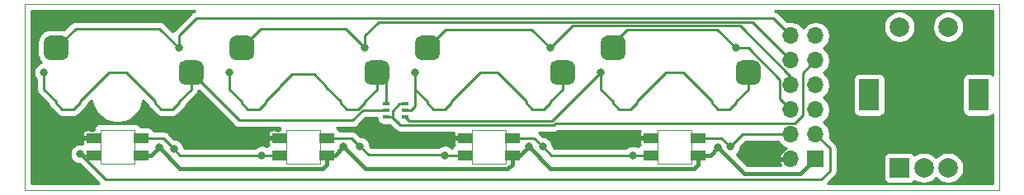
<source format=gbr>
%TF.GenerationSoftware,KiCad,Pcbnew,(5.1.6)-1*%
%TF.CreationDate,2020-11-05T08:07:17+01:00*%
%TF.ProjectId,DaPad4D,44615061-6434-4442-9e6b-696361645f70,v0.9*%
%TF.SameCoordinates,PX2d0e2e0PY4328bfc*%
%TF.FileFunction,Copper,L1,Top*%
%TF.FilePolarity,Positive*%
%FSLAX46Y46*%
G04 Gerber Fmt 4.6, Leading zero omitted, Abs format (unit mm)*
G04 Created by KiCad (PCBNEW (5.1.6)-1) date 2020-11-05 08:07:17*
%MOMM*%
%LPD*%
G01*
G04 APERTURE LIST*
%TA.AperFunction,Profile*%
%ADD10C,0.050000*%
%TD*%
%TA.AperFunction,EtchedComponent*%
%ADD11C,0.050000*%
%TD*%
%TA.AperFunction,ComponentPad*%
%ADD12O,1.700000X1.700000*%
%TD*%
%TA.AperFunction,ComponentPad*%
%ADD13R,1.700000X1.700000*%
%TD*%
%TA.AperFunction,SMDPad,CuDef*%
%ADD14R,1.600000X1.000000*%
%TD*%
%TA.AperFunction,SMDPad,CuDef*%
%ADD15R,0.650000X0.400000*%
%TD*%
%TA.AperFunction,ComponentPad*%
%ADD16C,2.000000*%
%TD*%
%TA.AperFunction,ComponentPad*%
%ADD17R,2.000000X3.200000*%
%TD*%
%TA.AperFunction,ComponentPad*%
%ADD18R,2.000000X2.000000*%
%TD*%
%TA.AperFunction,ViaPad*%
%ADD19C,0.800000*%
%TD*%
%TA.AperFunction,Conductor*%
%ADD20C,0.250000*%
%TD*%
%TA.AperFunction,Conductor*%
%ADD21C,0.450000*%
%TD*%
%TA.AperFunction,Conductor*%
%ADD22C,0.254000*%
%TD*%
G04 APERTURE END LIST*
D10*
X0Y-25000D02*
X0Y19075000D01*
X99999800Y-25000D02*
X0Y-25000D01*
X99999800Y19075400D02*
X99999800Y-25000D01*
X0Y19075000D02*
X100000000Y19075000D01*
D11*
%TO.C,D5*%
X30325000Y2695000D02*
X26825000Y2695000D01*
X26825000Y6195000D02*
X30325000Y6195000D01*
X30325000Y6195000D02*
X30325000Y2695000D01*
X26825000Y6195000D02*
X26825000Y2695000D01*
%TO.C,D4*%
X49375000Y2695000D02*
X45875000Y2695000D01*
X45875000Y6195000D02*
X49375000Y6195000D01*
X49375000Y6195000D02*
X49375000Y2695000D01*
X45875000Y6195000D02*
X45875000Y2695000D01*
%TO.C,D3*%
X68425000Y2695000D02*
X64925000Y2695000D01*
X64925000Y6195000D02*
X68425000Y6195000D01*
X68425000Y6195000D02*
X68425000Y2695000D01*
X64925000Y6195000D02*
X64925000Y2695000D01*
%TO.C,D6*%
X11275000Y2695000D02*
X7775000Y2695000D01*
X7775000Y6195000D02*
X11275000Y6195000D01*
X11275000Y6195000D02*
X11275000Y2695000D01*
X7775000Y6195000D02*
X7775000Y2695000D01*
%TD*%
%TO.P,SW4,2*%
%TO.N,Net-(D1-Pad4)*%
%TA.AperFunction,SMDPad,CuDef*%
G36*
G01*
X75510000Y12690000D02*
X75510000Y11440000D01*
G75*
G02*
X74885000Y10815000I-625000J0D01*
G01*
X73585000Y10815000D01*
G75*
G02*
X72960000Y11440000I0J625000D01*
G01*
X72960000Y12690000D01*
G75*
G02*
X73585000Y13315000I625000J0D01*
G01*
X74885000Y13315000D01*
G75*
G02*
X75510000Y12690000I0J-625000D01*
G01*
G37*
%TD.AperFunction*%
%TO.P,SW4,1*%
%TO.N,Col4*%
%TA.AperFunction,SMDPad,CuDef*%
G36*
G01*
X61660000Y15230000D02*
X61660000Y13980000D01*
G75*
G02*
X61035000Y13355000I-625000J0D01*
G01*
X59735000Y13355000D01*
G75*
G02*
X59110000Y13980000I0J625000D01*
G01*
X59110000Y15230000D01*
G75*
G02*
X59735000Y15855000I625000J0D01*
G01*
X61035000Y15855000D01*
G75*
G02*
X61660000Y15230000I0J-625000D01*
G01*
G37*
%TD.AperFunction*%
%TD*%
%TO.P,SW3,2*%
%TO.N,Net-(D1-Pad5)*%
%TA.AperFunction,SMDPad,CuDef*%
G36*
G01*
X56460000Y12690000D02*
X56460000Y11440000D01*
G75*
G02*
X55835000Y10815000I-625000J0D01*
G01*
X54535000Y10815000D01*
G75*
G02*
X53910000Y11440000I0J625000D01*
G01*
X53910000Y12690000D01*
G75*
G02*
X54535000Y13315000I625000J0D01*
G01*
X55835000Y13315000D01*
G75*
G02*
X56460000Y12690000I0J-625000D01*
G01*
G37*
%TD.AperFunction*%
%TO.P,SW3,1*%
%TO.N,Col3*%
%TA.AperFunction,SMDPad,CuDef*%
G36*
G01*
X42610000Y15230000D02*
X42610000Y13980000D01*
G75*
G02*
X41985000Y13355000I-625000J0D01*
G01*
X40685000Y13355000D01*
G75*
G02*
X40060000Y13980000I0J625000D01*
G01*
X40060000Y15230000D01*
G75*
G02*
X40685000Y15855000I625000J0D01*
G01*
X41985000Y15855000D01*
G75*
G02*
X42610000Y15230000I0J-625000D01*
G01*
G37*
%TD.AperFunction*%
%TD*%
%TO.P,SW2,2*%
%TO.N,Net-(D1-Pad1)*%
%TA.AperFunction,SMDPad,CuDef*%
G36*
G01*
X37410000Y12690000D02*
X37410000Y11440000D01*
G75*
G02*
X36785000Y10815000I-625000J0D01*
G01*
X35485000Y10815000D01*
G75*
G02*
X34860000Y11440000I0J625000D01*
G01*
X34860000Y12690000D01*
G75*
G02*
X35485000Y13315000I625000J0D01*
G01*
X36785000Y13315000D01*
G75*
G02*
X37410000Y12690000I0J-625000D01*
G01*
G37*
%TD.AperFunction*%
%TO.P,SW2,1*%
%TO.N,Col2*%
%TA.AperFunction,SMDPad,CuDef*%
G36*
G01*
X23560000Y15230000D02*
X23560000Y13980000D01*
G75*
G02*
X22935000Y13355000I-625000J0D01*
G01*
X21635000Y13355000D01*
G75*
G02*
X21010000Y13980000I0J625000D01*
G01*
X21010000Y15230000D01*
G75*
G02*
X21635000Y15855000I625000J0D01*
G01*
X22935000Y15855000D01*
G75*
G02*
X23560000Y15230000I0J-625000D01*
G01*
G37*
%TD.AperFunction*%
%TD*%
%TO.P,SW1,2*%
%TO.N,Net-(D1-Pad2)*%
%TA.AperFunction,SMDPad,CuDef*%
G36*
G01*
X18360000Y12690000D02*
X18360000Y11440000D01*
G75*
G02*
X17735000Y10815000I-625000J0D01*
G01*
X16435000Y10815000D01*
G75*
G02*
X15810000Y11440000I0J625000D01*
G01*
X15810000Y12690000D01*
G75*
G02*
X16435000Y13315000I625000J0D01*
G01*
X17735000Y13315000D01*
G75*
G02*
X18360000Y12690000I0J-625000D01*
G01*
G37*
%TD.AperFunction*%
%TO.P,SW1,1*%
%TO.N,Col1*%
%TA.AperFunction,SMDPad,CuDef*%
G36*
G01*
X4510000Y15230000D02*
X4510000Y13980000D01*
G75*
G02*
X3885000Y13355000I-625000J0D01*
G01*
X2585000Y13355000D01*
G75*
G02*
X1960000Y13980000I0J625000D01*
G01*
X1960000Y15230000D01*
G75*
G02*
X2585000Y15855000I625000J0D01*
G01*
X3885000Y15855000D01*
G75*
G02*
X4510000Y15230000I0J-625000D01*
G01*
G37*
%TD.AperFunction*%
%TD*%
D12*
%TO.P,J1,12*%
%TO.N,Col1*%
X78625700Y15862300D03*
%TO.P,J1,11*%
%TO.N,Col5*%
X81165700Y15862300D03*
%TO.P,J1,10*%
%TO.N,Col2*%
X78625700Y13322300D03*
%TO.P,J1,9*%
%TO.N,Row1*%
X81165700Y13322300D03*
%TO.P,J1,8*%
%TO.N,Col3*%
X78625700Y10782300D03*
%TO.P,J1,7*%
%TO.N,D1*%
X81165700Y10782300D03*
%TO.P,J1,6*%
%TO.N,Col4*%
X78625700Y8242300D03*
%TO.P,J1,5*%
%TO.N,D0*%
X81165700Y8242300D03*
%TO.P,J1,4*%
%TO.N,RGB_IN*%
X78625700Y5702300D03*
%TO.P,J1,3*%
%TO.N,RGB_OUT*%
X81165700Y5702300D03*
%TO.P,J1,2*%
%TO.N,GND*%
X78625700Y3162300D03*
D13*
%TO.P,J1,1*%
%TO.N,VCC*%
X81165700Y3162300D03*
%TD*%
D14*
%TO.P,D5,4*%
%TO.N,VCC*%
X30975000Y3570000D03*
%TO.P,D5,3*%
%TO.N,Net-(D4-Pad1)*%
X30975000Y5320000D03*
%TO.P,D5,1*%
%TO.N,Net-(D5-Pad1)*%
X26175000Y3570000D03*
%TO.P,D5,2*%
%TO.N,GND*%
X26175000Y5320000D03*
%TD*%
%TO.P,D4,4*%
%TO.N,VCC*%
X50025000Y3570000D03*
%TO.P,D4,3*%
%TO.N,Net-(D3-Pad1)*%
X50025000Y5320000D03*
%TO.P,D4,1*%
%TO.N,Net-(D4-Pad1)*%
X45225000Y3570000D03*
%TO.P,D4,2*%
%TO.N,GND*%
X45225000Y5320000D03*
%TD*%
%TO.P,D3,4*%
%TO.N,VCC*%
X69075000Y3570000D03*
%TO.P,D3,3*%
%TO.N,RGB_IN*%
X69075000Y5320000D03*
%TO.P,D3,1*%
%TO.N,Net-(D3-Pad1)*%
X64275000Y3570000D03*
%TO.P,D3,2*%
%TO.N,GND*%
X64275000Y5320000D03*
%TD*%
%TO.P,D6,4*%
%TO.N,VCC*%
X11925000Y3570000D03*
%TO.P,D6,3*%
%TO.N,Net-(D5-Pad1)*%
X11925000Y5320000D03*
%TO.P,D6,1*%
%TO.N,RGB_OUT*%
X7125000Y3570000D03*
%TO.P,D6,2*%
%TO.N,GND*%
X7125000Y5320000D03*
%TD*%
D15*
%TO.P,D1,6*%
%TO.N,Row1*%
X39037300Y8828800D03*
%TO.P,D1,4*%
%TO.N,Net-(D1-Pad4)*%
X39037300Y7528800D03*
%TO.P,D1,2*%
%TO.N,Net-(D1-Pad2)*%
X37137300Y8178800D03*
%TO.P,D1,5*%
%TO.N,Net-(D1-Pad5)*%
X39037300Y8178800D03*
%TO.P,D1,3*%
%TO.N,Row1*%
X37137300Y7528800D03*
%TO.P,D1,1*%
%TO.N,Net-(D1-Pad1)*%
X37137300Y8828800D03*
%TD*%
D16*
%TO.P,SW5,S1*%
%TO.N,Net-(D2-Pad2)*%
X94765500Y16775000D03*
%TO.P,SW5,S2*%
%TO.N,Row1*%
X89765500Y16775000D03*
D17*
%TO.P,SW5,MP*%
%TO.N,N/C*%
X97865500Y9775000D03*
X86665500Y9775000D03*
D16*
%TO.P,SW5,B*%
%TO.N,D1*%
X94765500Y2275000D03*
%TO.P,SW5,C*%
%TO.N,Net-(C1-Pad2)*%
X92265500Y2275000D03*
D18*
%TO.P,SW5,A*%
%TO.N,D0*%
X89765500Y2275000D03*
%TD*%
D19*
%TO.N,Net-(D1-Pad4)*%
X59115000Y12065000D03*
X74235000Y12065000D03*
%TO.N,Net-(D1-Pad2)*%
X1965000Y12065000D03*
X17085000Y12065000D03*
%TO.N,Net-(D1-Pad5)*%
X40065000Y12065000D03*
X55185000Y12065000D03*
%TO.N,Net-(D1-Pad1)*%
X21015000Y12065000D03*
X36135000Y12065000D03*
%TO.N,Net-(D4-Pad1)*%
X34407076Y4485876D03*
X43127900Y3570002D03*
%TO.N,Net-(D5-Pad1)*%
X24345900Y3568700D03*
X15303500Y4216400D03*
%TO.N,Col1*%
X15815000Y14605000D03*
X3235000Y14605000D03*
%TO.N,Col2*%
X34865000Y14605000D03*
X22285000Y14605000D03*
%TO.N,Col3*%
X53915000Y14605000D03*
X41335000Y14605000D03*
%TO.N,Col4*%
X72965000Y14605000D03*
X60385000Y14605000D03*
%TO.N,VCC*%
X71117040Y4345010D03*
X51714400Y4457700D03*
X32715200Y4432300D03*
X13779500Y4368800D03*
%TO.N,GND*%
X57912000Y5143500D03*
X38849300Y5321300D03*
X94881700Y10299700D03*
X18542000Y6248400D03*
X2235200Y6324600D03*
%TO.N,Net-(D3-Pad1)*%
X53149500Y4457700D03*
X62433200Y3556000D03*
%TO.N,RGB_IN*%
X72390000Y4432300D03*
%TO.N,RGB_OUT*%
X5674998Y3695700D03*
%TD*%
D20*
%TO.N,Net-(D1-Pad4)*%
X74235000Y12065000D02*
X74235000Y12065000D01*
X60365099Y9088567D02*
X59115000Y10338666D01*
X61004647Y8295099D02*
X60365099Y8934647D01*
X62185353Y8295099D02*
X61004647Y8295099D01*
X62824901Y8934647D02*
X62185353Y8295099D01*
X72984901Y8934647D02*
X72345353Y8295099D01*
X59115000Y10338666D02*
X59115000Y12065000D01*
X71164647Y8295099D02*
X70525099Y8934647D01*
X72984901Y9088567D02*
X72984901Y8934647D01*
X60365099Y8934647D02*
X60365099Y9088567D01*
X74235000Y12065000D02*
X74235000Y10338666D01*
X67548666Y12065000D02*
X65801334Y12065000D01*
X72345353Y8295099D02*
X71164647Y8295099D01*
X70525099Y8934647D02*
X70525099Y9088567D01*
X62824901Y9088567D02*
X62824901Y8934647D01*
X74235000Y10338666D02*
X72984901Y9088567D01*
X70525099Y9088567D02*
X67548666Y12065000D01*
X65801334Y12065000D02*
X62824901Y9088567D01*
X54123900Y7073900D02*
X59115000Y12065000D01*
X39037300Y7528800D02*
X39492200Y7073900D01*
X39492200Y7073900D02*
X54123900Y7073900D01*
%TO.N,Net-(D1-Pad2)*%
X17085000Y12065000D02*
X17085000Y12065000D01*
X37137300Y8178800D02*
X34694754Y8178800D01*
X21997901Y7152099D02*
X17085000Y12065000D01*
X33668053Y7152099D02*
X21997901Y7152099D01*
X34694754Y8178800D02*
X33668053Y7152099D01*
X1965000Y10338666D02*
X1965000Y12065000D01*
X3215099Y9088567D02*
X1965000Y10338666D01*
X3854647Y8295099D02*
X3215099Y8934647D01*
X15195353Y8295099D02*
X14014647Y8295099D01*
X5035353Y8295099D02*
X3854647Y8295099D01*
X15834901Y8934647D02*
X15195353Y8295099D01*
X3215099Y8934647D02*
X3215099Y9088567D01*
X17085000Y12065000D02*
X17085000Y10338666D01*
X13375099Y9088567D02*
X10398666Y12065000D01*
X5674901Y8934647D02*
X5035353Y8295099D01*
X17085000Y10338666D02*
X15834901Y9088567D01*
X14014647Y8295099D02*
X13375099Y8934647D01*
X15834901Y9088567D02*
X15834901Y8934647D01*
X8651334Y12065000D02*
X5674901Y9088567D01*
X13375099Y8934647D02*
X13375099Y9088567D01*
X10398666Y12065000D02*
X8651334Y12065000D01*
X5674901Y9088567D02*
X5674901Y8934647D01*
%TO.N,Net-(D1-Pad5)*%
X40065000Y10338666D02*
X40065000Y12065000D01*
X55185000Y12065000D02*
X55185000Y12065000D01*
X39612300Y8178800D02*
X40065000Y8631500D01*
X40065000Y8631500D02*
X40065000Y10338666D01*
X39037300Y8178800D02*
X39612300Y8178800D01*
X41315099Y9088567D02*
X40065000Y10338666D01*
X41315099Y8934647D02*
X41315099Y9088567D01*
X43135353Y8295099D02*
X41954647Y8295099D01*
X43774901Y8934647D02*
X43135353Y8295099D01*
X41954647Y8295099D02*
X41315099Y8934647D01*
X53934901Y8934647D02*
X53295353Y8295099D01*
X46751334Y12065000D02*
X43774901Y9088567D01*
X53934901Y9088567D02*
X53934901Y8934647D01*
X55185000Y12065000D02*
X55185000Y10338666D01*
X55185000Y10338666D02*
X53934901Y9088567D01*
X52114647Y8295099D02*
X51475099Y8934647D01*
X53295353Y8295099D02*
X52114647Y8295099D01*
X48498666Y12065000D02*
X46751334Y12065000D01*
X51475099Y8934647D02*
X51475099Y9088567D01*
X51475099Y9088567D02*
X48498666Y12065000D01*
X43774901Y9088567D02*
X43774901Y8934647D01*
%TO.N,Net-(D1-Pad1)*%
X36135000Y12065000D02*
X36135000Y12065000D01*
X37137300Y11062700D02*
X36135000Y12065000D01*
X37137300Y8828800D02*
X37137300Y11062700D01*
X32425099Y8934647D02*
X32425099Y9088567D01*
X33064647Y8295099D02*
X32425099Y8934647D01*
X36135000Y12065000D02*
X36135000Y10338666D01*
X34884901Y8934647D02*
X34245353Y8295099D01*
X34884901Y9088567D02*
X34884901Y8934647D01*
X32425099Y9088567D02*
X30947901Y10565765D01*
X36135000Y10338666D02*
X34884901Y9088567D01*
X22265099Y9088567D02*
X21015000Y10338666D01*
X24085353Y8295099D02*
X22904647Y8295099D01*
X34245353Y8295099D02*
X33064647Y8295099D01*
X30947901Y10565765D02*
X30947901Y10663993D01*
X30947901Y10663993D02*
X29713993Y11897901D01*
X29713993Y11897901D02*
X27436007Y11897901D01*
X24724901Y8934647D02*
X24085353Y8295099D01*
X27436007Y11897901D02*
X26202099Y10663993D01*
X26202099Y10565765D02*
X24724901Y9088567D01*
X26202099Y10663993D02*
X26202099Y10565765D01*
X21015000Y10338666D02*
X21015000Y12065000D01*
X24724901Y9088567D02*
X24724901Y8934647D01*
X22904647Y8295099D02*
X22265099Y8934647D01*
X22265099Y8934647D02*
X22265099Y9088567D01*
%TO.N,Net-(D4-Pad1)*%
X33572952Y5320000D02*
X34407076Y4485876D01*
X30975000Y5320000D02*
X33572952Y5320000D01*
X45225000Y3570000D02*
X43127902Y3570000D01*
X43127902Y3570000D02*
X43127900Y3570002D01*
X43091102Y3606800D02*
X43127900Y3570002D01*
X34407076Y4485876D02*
X35286152Y3606800D01*
X35286152Y3606800D02*
X43091102Y3606800D01*
%TO.N,Net-(D5-Pad1)*%
X26175000Y3570000D02*
X24347200Y3570000D01*
X24347200Y3570000D02*
X24345900Y3568700D01*
X15951200Y3568700D02*
X15303500Y4216400D01*
X24345900Y3568700D02*
X15951200Y3568700D01*
X14199900Y5320000D02*
X15303500Y4216400D01*
X11925000Y5320000D02*
X14199900Y5320000D01*
%TO.N,Row1*%
X38462300Y8828800D02*
X39037300Y8828800D01*
X37737301Y8103801D02*
X38462300Y8828800D01*
X37737301Y7553801D02*
X37737301Y8103801D01*
X37712300Y7528800D02*
X37737301Y7553801D01*
X37137300Y7528800D02*
X37712300Y7528800D01*
X38567211Y6673889D02*
X37712300Y7528800D01*
X54289589Y6673889D02*
X38567211Y6673889D01*
X79883000Y12039600D02*
X79883000Y7708900D01*
X54471788Y6856088D02*
X54289589Y6673889D01*
X81165700Y13322300D02*
X79883000Y12039600D01*
X79883000Y7708900D02*
X79030188Y6856088D01*
X79030188Y6856088D02*
X54471788Y6856088D01*
%TO.N,Col1*%
X3235000Y14605000D02*
X3235000Y14605000D01*
X13821100Y16598900D02*
X15815000Y14605000D01*
X3235000Y14605000D02*
X5228900Y16598900D01*
X5228900Y16598900D02*
X13821100Y16598900D01*
X17644633Y17684633D02*
X15815000Y15855000D01*
X78625700Y15862300D02*
X76803367Y17684633D01*
X15815000Y15855000D02*
X15815000Y14605000D01*
X76803367Y17684633D02*
X17644633Y17684633D01*
%TO.N,Col2*%
X22285000Y14605000D02*
X22285000Y14605000D01*
X22285000Y14605000D02*
X24215400Y16535400D01*
X32934600Y16535400D02*
X34865000Y14605000D01*
X24215400Y16535400D02*
X32934600Y16535400D01*
X74663378Y17284622D02*
X36294622Y17284622D01*
X78625700Y13322300D02*
X74663378Y17284622D01*
X34865000Y15855000D02*
X34865000Y14605000D01*
X36294622Y17284622D02*
X34865000Y15855000D01*
%TO.N,Col3*%
X41335000Y14605000D02*
X41335000Y14605000D01*
X52035400Y16484600D02*
X53915000Y14605000D01*
X41335000Y14605000D02*
X43214600Y16484600D01*
X43214600Y16484600D02*
X52035400Y16484600D01*
X73398387Y16884611D02*
X78625700Y11657298D01*
X56194611Y16884611D02*
X73398387Y16884611D01*
X78625700Y11657298D02*
X78625700Y10782300D01*
X53915000Y14605000D02*
X56194611Y16884611D01*
%TO.N,Col4*%
X60385000Y14605000D02*
X60385000Y14605000D01*
X77500699Y9367301D02*
X78625700Y8242300D01*
X77500699Y11347111D02*
X77500699Y9367301D01*
X74242810Y14605000D02*
X77500699Y11347111D01*
X72965000Y14605000D02*
X74242810Y14605000D01*
X61798200Y16484600D02*
X71085400Y16484600D01*
X60385000Y15071400D02*
X61798200Y16484600D01*
X60385000Y14605000D02*
X60385000Y15071400D01*
X71085400Y16484600D02*
X72965000Y14605000D01*
D21*
%TO.N,VCC*%
X69075000Y3570000D02*
X70342030Y3570000D01*
X70342030Y3570000D02*
X71117040Y4345010D01*
X50025000Y3570000D02*
X50826700Y3570000D01*
X50826700Y3570000D02*
X51714400Y4457700D01*
X69075000Y2620000D02*
X69075000Y3570000D01*
X68649990Y2194990D02*
X69075000Y2620000D01*
X53977110Y2194990D02*
X68649990Y2194990D01*
X51714400Y4457700D02*
X53977110Y2194990D01*
X31852900Y3570000D02*
X30975000Y3570000D01*
X32715200Y4432300D02*
X31852900Y3570000D01*
X11925000Y3570000D02*
X12980700Y3570000D01*
X12980700Y3570000D02*
X13779500Y4368800D01*
X30549990Y2194990D02*
X30975000Y2620000D01*
X30975000Y2620000D02*
X30975000Y3570000D01*
X15953310Y2194990D02*
X30549990Y2194990D01*
X13779500Y4368800D02*
X15953310Y2194990D01*
X79641700Y1638300D02*
X73823750Y1638300D01*
X73823750Y1638300D02*
X71117040Y4345010D01*
X81165700Y3162300D02*
X79641700Y1638300D01*
X50025000Y2620000D02*
X50025000Y3570000D01*
X32715200Y4432300D02*
X34988500Y2159000D01*
X49564000Y2159000D02*
X50025000Y2620000D01*
X34988500Y2159000D02*
X49564000Y2159000D01*
D20*
%TO.N,Net-(D3-Pad1)*%
X50025000Y5320000D02*
X52287200Y5320000D01*
X52287200Y5320000D02*
X53149500Y4457700D01*
X62447200Y3570000D02*
X62433200Y3556000D01*
X64275000Y3570000D02*
X62447200Y3570000D01*
X54051200Y3556000D02*
X62433200Y3556000D01*
X53149500Y4457700D02*
X54051200Y3556000D01*
%TO.N,RGB_IN*%
X78625700Y5702300D02*
X73660000Y5702300D01*
X73660000Y5702300D02*
X72390000Y4432300D01*
X71502300Y5320000D02*
X72390000Y4432300D01*
X69075000Y5320000D02*
X71502300Y5320000D01*
%TO.N,RGB_OUT*%
X7125000Y3570000D02*
X5800698Y3570000D01*
X5800698Y3570000D02*
X5674998Y3695700D01*
X82613500Y1943100D02*
X82613500Y4254500D01*
X82613500Y4254500D02*
X81165700Y5702300D01*
X5674998Y3695700D02*
X8332409Y1038289D01*
X81708689Y1038289D02*
X82613500Y1943100D01*
X8332409Y1038289D02*
X81708689Y1038289D01*
%TD*%
D22*
%TO.N,GND*%
G36*
X17352386Y18390179D02*
G01*
X17220357Y18319607D01*
X17104632Y18224634D01*
X17080834Y18195636D01*
X15304003Y16418804D01*
X15274999Y16395001D01*
X15233645Y16344610D01*
X15196028Y16298774D01*
X14384904Y17109898D01*
X14361101Y17138901D01*
X14245376Y17233874D01*
X14113347Y17304446D01*
X13970086Y17347903D01*
X13858433Y17358900D01*
X13858422Y17358900D01*
X13821100Y17362576D01*
X13783778Y17358900D01*
X5266222Y17358900D01*
X5228899Y17362576D01*
X5191576Y17358900D01*
X5191567Y17358900D01*
X5079914Y17347903D01*
X4936653Y17304446D01*
X4804624Y17233874D01*
X4804622Y17233873D01*
X4804623Y17233873D01*
X4717896Y17162699D01*
X4717892Y17162695D01*
X4688899Y17138901D01*
X4665105Y17109908D01*
X4033631Y16478433D01*
X3885000Y16493072D01*
X2585000Y16493072D01*
X2338587Y16468802D01*
X2101643Y16396926D01*
X1883275Y16280206D01*
X1691873Y16123127D01*
X1534794Y15931725D01*
X1418074Y15713357D01*
X1346198Y15476413D01*
X1321928Y15230000D01*
X1321928Y13980000D01*
X1346198Y13733587D01*
X1418074Y13496643D01*
X1534794Y13278275D01*
X1691873Y13086873D01*
X1712395Y13070031D01*
X1663102Y13060226D01*
X1474744Y12982205D01*
X1305226Y12868937D01*
X1161063Y12724774D01*
X1047795Y12555256D01*
X969774Y12366898D01*
X930000Y12166939D01*
X930000Y11963061D01*
X969774Y11763102D01*
X1047795Y11574744D01*
X1161063Y11405226D01*
X1205001Y11361288D01*
X1205000Y10375989D01*
X1201324Y10338666D01*
X1205000Y10301344D01*
X1205000Y10301334D01*
X1215997Y10189681D01*
X1251438Y10072847D01*
X1259454Y10046420D01*
X1330026Y9914390D01*
X1341576Y9900317D01*
X1424999Y9798665D01*
X1454003Y9774862D01*
X2476065Y8752800D01*
X2502220Y8666576D01*
X2509553Y8642401D01*
X2580125Y8510371D01*
X2602986Y8482515D01*
X2675098Y8394646D01*
X2704101Y8370844D01*
X3290852Y7784091D01*
X3314646Y7755098D01*
X3343639Y7731304D01*
X3343643Y7731300D01*
X3391409Y7692100D01*
X3430371Y7660125D01*
X3562400Y7589553D01*
X3705661Y7546096D01*
X3817314Y7535099D01*
X3817323Y7535099D01*
X3854646Y7531423D01*
X3891969Y7535099D01*
X4998031Y7535099D01*
X5035353Y7531423D01*
X5072675Y7535099D01*
X5072686Y7535099D01*
X5184339Y7546096D01*
X5327600Y7589553D01*
X5459629Y7660125D01*
X5575354Y7755098D01*
X5599156Y7784101D01*
X6185909Y8370852D01*
X6214902Y8394646D01*
X6238696Y8423639D01*
X6238700Y8423643D01*
X6309874Y8510370D01*
X6309875Y8510371D01*
X6380447Y8642401D01*
X6413936Y8752801D01*
X6901262Y9240126D01*
X6997127Y8758178D01*
X7195299Y8279749D01*
X7483000Y7849174D01*
X7849174Y7483000D01*
X8279749Y7195299D01*
X8758178Y6997127D01*
X9266076Y6896100D01*
X9783924Y6896100D01*
X10291822Y6997127D01*
X10770251Y7195299D01*
X11200826Y7483000D01*
X11567000Y7849174D01*
X11854701Y8279749D01*
X12052873Y8758178D01*
X12148738Y9240126D01*
X12636065Y8752800D01*
X12662220Y8666576D01*
X12669553Y8642401D01*
X12740125Y8510371D01*
X12762986Y8482515D01*
X12835098Y8394646D01*
X12864101Y8370844D01*
X13450852Y7784091D01*
X13474646Y7755098D01*
X13503639Y7731304D01*
X13503643Y7731300D01*
X13551409Y7692100D01*
X13590371Y7660125D01*
X13722400Y7589553D01*
X13865661Y7546096D01*
X13977314Y7535099D01*
X13977323Y7535099D01*
X14014646Y7531423D01*
X14051969Y7535099D01*
X15158031Y7535099D01*
X15195353Y7531423D01*
X15232675Y7535099D01*
X15232686Y7535099D01*
X15344339Y7546096D01*
X15487600Y7589553D01*
X15619629Y7660125D01*
X15735354Y7755098D01*
X15759156Y7784101D01*
X16345909Y8370852D01*
X16374902Y8394646D01*
X16398696Y8423639D01*
X16398700Y8423643D01*
X16469874Y8510370D01*
X16469875Y8510371D01*
X16540447Y8642401D01*
X16573936Y8752801D01*
X17596003Y9774867D01*
X17625001Y9798665D01*
X17655369Y9835668D01*
X17719974Y9914389D01*
X17790546Y10046419D01*
X17806858Y10100194D01*
X17833065Y10186587D01*
X17883632Y10191567D01*
X21434102Y6641096D01*
X21457900Y6612098D01*
X21573625Y6517125D01*
X21705654Y6446553D01*
X21848915Y6403096D01*
X21960568Y6392099D01*
X21960577Y6392099D01*
X21997900Y6388423D01*
X22035223Y6392099D01*
X26195092Y6392099D01*
X26174550Y6324383D01*
X26162398Y6201000D01*
X26047998Y6201000D01*
X26047998Y6105752D01*
X25952750Y6201000D01*
X25375000Y6202843D01*
X25300311Y6195487D01*
X25228492Y6173701D01*
X25162304Y6138322D01*
X25104289Y6090711D01*
X25056678Y6032696D01*
X25021299Y5966508D01*
X24999513Y5894689D01*
X24992157Y5820000D01*
X24994000Y5542250D01*
X25089250Y5447000D01*
X26048000Y5447000D01*
X26048000Y5467000D01*
X26165000Y5467000D01*
X26165000Y5173000D01*
X26048000Y5173000D01*
X26048000Y5193000D01*
X25089250Y5193000D01*
X24994000Y5097750D01*
X24992157Y4820000D01*
X24999513Y4745311D01*
X25021299Y4673492D01*
X25051453Y4617079D01*
X25020506Y4600537D01*
X24923815Y4521185D01*
X24874071Y4460571D01*
X24836156Y4485905D01*
X24647798Y4563926D01*
X24447839Y4603700D01*
X24243961Y4603700D01*
X24044002Y4563926D01*
X23855644Y4485905D01*
X23686126Y4372637D01*
X23642189Y4328700D01*
X16336439Y4328700D01*
X16298726Y4518298D01*
X16220705Y4706656D01*
X16107437Y4876174D01*
X15963274Y5020337D01*
X15793756Y5133605D01*
X15605398Y5211626D01*
X15405439Y5251400D01*
X15343302Y5251400D01*
X14763704Y5830998D01*
X14739901Y5860001D01*
X14624176Y5954974D01*
X14492147Y6025546D01*
X14348886Y6069003D01*
X14237233Y6080000D01*
X14237222Y6080000D01*
X14199900Y6083676D01*
X14162578Y6080000D01*
X13306046Y6080000D01*
X13255537Y6174494D01*
X13176185Y6271185D01*
X13079494Y6350537D01*
X12969180Y6409502D01*
X12849482Y6445812D01*
X12725000Y6458072D01*
X11882750Y6458072D01*
X11826425Y6563450D01*
X11743948Y6663948D01*
X11643450Y6746425D01*
X11528793Y6807710D01*
X11404383Y6845450D01*
X11307419Y6855000D01*
X11275000Y6858193D01*
X11242581Y6855000D01*
X7807419Y6855000D01*
X7775000Y6858193D01*
X7742581Y6855000D01*
X7645617Y6845450D01*
X7521207Y6807710D01*
X7406550Y6746425D01*
X7306052Y6663948D01*
X7223575Y6563450D01*
X7162290Y6448793D01*
X7124550Y6324383D01*
X7112398Y6201000D01*
X6997998Y6201000D01*
X6997998Y6105752D01*
X6902750Y6201000D01*
X6325000Y6202843D01*
X6250311Y6195487D01*
X6178492Y6173701D01*
X6112304Y6138322D01*
X6054289Y6090711D01*
X6006678Y6032696D01*
X5971299Y5966508D01*
X5949513Y5894689D01*
X5942157Y5820000D01*
X5944000Y5542250D01*
X6039250Y5447000D01*
X6998000Y5447000D01*
X6998000Y5467000D01*
X7115000Y5467000D01*
X7115000Y5173000D01*
X6998000Y5173000D01*
X6998000Y5193000D01*
X6039250Y5193000D01*
X5944000Y5097750D01*
X5942157Y4820000D01*
X5949513Y4745311D01*
X5965311Y4693230D01*
X5776937Y4730700D01*
X5573059Y4730700D01*
X5373100Y4690926D01*
X5184742Y4612905D01*
X5015224Y4499637D01*
X4871061Y4355474D01*
X4757793Y4185956D01*
X4679772Y3997598D01*
X4639998Y3797639D01*
X4639998Y3593761D01*
X4679772Y3393802D01*
X4757793Y3205444D01*
X4871061Y3035926D01*
X5015224Y2891763D01*
X5184742Y2778495D01*
X5373100Y2700474D01*
X5573059Y2660700D01*
X5635197Y2660700D01*
X7660896Y635000D01*
X660000Y635000D01*
X660000Y18415000D01*
X17434211Y18415000D01*
X17352386Y18390179D01*
G37*
X17352386Y18390179D02*
X17220357Y18319607D01*
X17104632Y18224634D01*
X17080834Y18195636D01*
X15304003Y16418804D01*
X15274999Y16395001D01*
X15233645Y16344610D01*
X15196028Y16298774D01*
X14384904Y17109898D01*
X14361101Y17138901D01*
X14245376Y17233874D01*
X14113347Y17304446D01*
X13970086Y17347903D01*
X13858433Y17358900D01*
X13858422Y17358900D01*
X13821100Y17362576D01*
X13783778Y17358900D01*
X5266222Y17358900D01*
X5228899Y17362576D01*
X5191576Y17358900D01*
X5191567Y17358900D01*
X5079914Y17347903D01*
X4936653Y17304446D01*
X4804624Y17233874D01*
X4804622Y17233873D01*
X4804623Y17233873D01*
X4717896Y17162699D01*
X4717892Y17162695D01*
X4688899Y17138901D01*
X4665105Y17109908D01*
X4033631Y16478433D01*
X3885000Y16493072D01*
X2585000Y16493072D01*
X2338587Y16468802D01*
X2101643Y16396926D01*
X1883275Y16280206D01*
X1691873Y16123127D01*
X1534794Y15931725D01*
X1418074Y15713357D01*
X1346198Y15476413D01*
X1321928Y15230000D01*
X1321928Y13980000D01*
X1346198Y13733587D01*
X1418074Y13496643D01*
X1534794Y13278275D01*
X1691873Y13086873D01*
X1712395Y13070031D01*
X1663102Y13060226D01*
X1474744Y12982205D01*
X1305226Y12868937D01*
X1161063Y12724774D01*
X1047795Y12555256D01*
X969774Y12366898D01*
X930000Y12166939D01*
X930000Y11963061D01*
X969774Y11763102D01*
X1047795Y11574744D01*
X1161063Y11405226D01*
X1205001Y11361288D01*
X1205000Y10375989D01*
X1201324Y10338666D01*
X1205000Y10301344D01*
X1205000Y10301334D01*
X1215997Y10189681D01*
X1251438Y10072847D01*
X1259454Y10046420D01*
X1330026Y9914390D01*
X1341576Y9900317D01*
X1424999Y9798665D01*
X1454003Y9774862D01*
X2476065Y8752800D01*
X2502220Y8666576D01*
X2509553Y8642401D01*
X2580125Y8510371D01*
X2602986Y8482515D01*
X2675098Y8394646D01*
X2704101Y8370844D01*
X3290852Y7784091D01*
X3314646Y7755098D01*
X3343639Y7731304D01*
X3343643Y7731300D01*
X3391409Y7692100D01*
X3430371Y7660125D01*
X3562400Y7589553D01*
X3705661Y7546096D01*
X3817314Y7535099D01*
X3817323Y7535099D01*
X3854646Y7531423D01*
X3891969Y7535099D01*
X4998031Y7535099D01*
X5035353Y7531423D01*
X5072675Y7535099D01*
X5072686Y7535099D01*
X5184339Y7546096D01*
X5327600Y7589553D01*
X5459629Y7660125D01*
X5575354Y7755098D01*
X5599156Y7784101D01*
X6185909Y8370852D01*
X6214902Y8394646D01*
X6238696Y8423639D01*
X6238700Y8423643D01*
X6309874Y8510370D01*
X6309875Y8510371D01*
X6380447Y8642401D01*
X6413936Y8752801D01*
X6901262Y9240126D01*
X6997127Y8758178D01*
X7195299Y8279749D01*
X7483000Y7849174D01*
X7849174Y7483000D01*
X8279749Y7195299D01*
X8758178Y6997127D01*
X9266076Y6896100D01*
X9783924Y6896100D01*
X10291822Y6997127D01*
X10770251Y7195299D01*
X11200826Y7483000D01*
X11567000Y7849174D01*
X11854701Y8279749D01*
X12052873Y8758178D01*
X12148738Y9240126D01*
X12636065Y8752800D01*
X12662220Y8666576D01*
X12669553Y8642401D01*
X12740125Y8510371D01*
X12762986Y8482515D01*
X12835098Y8394646D01*
X12864101Y8370844D01*
X13450852Y7784091D01*
X13474646Y7755098D01*
X13503639Y7731304D01*
X13503643Y7731300D01*
X13551409Y7692100D01*
X13590371Y7660125D01*
X13722400Y7589553D01*
X13865661Y7546096D01*
X13977314Y7535099D01*
X13977323Y7535099D01*
X14014646Y7531423D01*
X14051969Y7535099D01*
X15158031Y7535099D01*
X15195353Y7531423D01*
X15232675Y7535099D01*
X15232686Y7535099D01*
X15344339Y7546096D01*
X15487600Y7589553D01*
X15619629Y7660125D01*
X15735354Y7755098D01*
X15759156Y7784101D01*
X16345909Y8370852D01*
X16374902Y8394646D01*
X16398696Y8423639D01*
X16398700Y8423643D01*
X16469874Y8510370D01*
X16469875Y8510371D01*
X16540447Y8642401D01*
X16573936Y8752801D01*
X17596003Y9774867D01*
X17625001Y9798665D01*
X17655369Y9835668D01*
X17719974Y9914389D01*
X17790546Y10046419D01*
X17806858Y10100194D01*
X17833065Y10186587D01*
X17883632Y10191567D01*
X21434102Y6641096D01*
X21457900Y6612098D01*
X21573625Y6517125D01*
X21705654Y6446553D01*
X21848915Y6403096D01*
X21960568Y6392099D01*
X21960577Y6392099D01*
X21997900Y6388423D01*
X22035223Y6392099D01*
X26195092Y6392099D01*
X26174550Y6324383D01*
X26162398Y6201000D01*
X26047998Y6201000D01*
X26047998Y6105752D01*
X25952750Y6201000D01*
X25375000Y6202843D01*
X25300311Y6195487D01*
X25228492Y6173701D01*
X25162304Y6138322D01*
X25104289Y6090711D01*
X25056678Y6032696D01*
X25021299Y5966508D01*
X24999513Y5894689D01*
X24992157Y5820000D01*
X24994000Y5542250D01*
X25089250Y5447000D01*
X26048000Y5447000D01*
X26048000Y5467000D01*
X26165000Y5467000D01*
X26165000Y5173000D01*
X26048000Y5173000D01*
X26048000Y5193000D01*
X25089250Y5193000D01*
X24994000Y5097750D01*
X24992157Y4820000D01*
X24999513Y4745311D01*
X25021299Y4673492D01*
X25051453Y4617079D01*
X25020506Y4600537D01*
X24923815Y4521185D01*
X24874071Y4460571D01*
X24836156Y4485905D01*
X24647798Y4563926D01*
X24447839Y4603700D01*
X24243961Y4603700D01*
X24044002Y4563926D01*
X23855644Y4485905D01*
X23686126Y4372637D01*
X23642189Y4328700D01*
X16336439Y4328700D01*
X16298726Y4518298D01*
X16220705Y4706656D01*
X16107437Y4876174D01*
X15963274Y5020337D01*
X15793756Y5133605D01*
X15605398Y5211626D01*
X15405439Y5251400D01*
X15343302Y5251400D01*
X14763704Y5830998D01*
X14739901Y5860001D01*
X14624176Y5954974D01*
X14492147Y6025546D01*
X14348886Y6069003D01*
X14237233Y6080000D01*
X14237222Y6080000D01*
X14199900Y6083676D01*
X14162578Y6080000D01*
X13306046Y6080000D01*
X13255537Y6174494D01*
X13176185Y6271185D01*
X13079494Y6350537D01*
X12969180Y6409502D01*
X12849482Y6445812D01*
X12725000Y6458072D01*
X11882750Y6458072D01*
X11826425Y6563450D01*
X11743948Y6663948D01*
X11643450Y6746425D01*
X11528793Y6807710D01*
X11404383Y6845450D01*
X11307419Y6855000D01*
X11275000Y6858193D01*
X11242581Y6855000D01*
X7807419Y6855000D01*
X7775000Y6858193D01*
X7742581Y6855000D01*
X7645617Y6845450D01*
X7521207Y6807710D01*
X7406550Y6746425D01*
X7306052Y6663948D01*
X7223575Y6563450D01*
X7162290Y6448793D01*
X7124550Y6324383D01*
X7112398Y6201000D01*
X6997998Y6201000D01*
X6997998Y6105752D01*
X6902750Y6201000D01*
X6325000Y6202843D01*
X6250311Y6195487D01*
X6178492Y6173701D01*
X6112304Y6138322D01*
X6054289Y6090711D01*
X6006678Y6032696D01*
X5971299Y5966508D01*
X5949513Y5894689D01*
X5942157Y5820000D01*
X5944000Y5542250D01*
X6039250Y5447000D01*
X6998000Y5447000D01*
X6998000Y5467000D01*
X7115000Y5467000D01*
X7115000Y5173000D01*
X6998000Y5173000D01*
X6998000Y5193000D01*
X6039250Y5193000D01*
X5944000Y5097750D01*
X5942157Y4820000D01*
X5949513Y4745311D01*
X5965311Y4693230D01*
X5776937Y4730700D01*
X5573059Y4730700D01*
X5373100Y4690926D01*
X5184742Y4612905D01*
X5015224Y4499637D01*
X4871061Y4355474D01*
X4757793Y4185956D01*
X4679772Y3997598D01*
X4639998Y3797639D01*
X4639998Y3593761D01*
X4679772Y3393802D01*
X4757793Y3205444D01*
X4871061Y3035926D01*
X5015224Y2891763D01*
X5184742Y2778495D01*
X5373100Y2700474D01*
X5573059Y2660700D01*
X5635197Y2660700D01*
X7660896Y635000D01*
X660000Y635000D01*
X660000Y18415000D01*
X17434211Y18415000D01*
X17352386Y18390179D01*
G36*
X99339800Y11798019D02*
G01*
X99316685Y11826185D01*
X99219994Y11905537D01*
X99109680Y11964502D01*
X98989982Y12000812D01*
X98865500Y12013072D01*
X96865500Y12013072D01*
X96741018Y12000812D01*
X96621320Y11964502D01*
X96511006Y11905537D01*
X96414315Y11826185D01*
X96334963Y11729494D01*
X96275998Y11619180D01*
X96239688Y11499482D01*
X96227428Y11375000D01*
X96227428Y8175000D01*
X96239688Y8050518D01*
X96275998Y7930820D01*
X96334963Y7820506D01*
X96414315Y7723815D01*
X96511006Y7644463D01*
X96621320Y7585498D01*
X96741018Y7549188D01*
X96865500Y7536928D01*
X98865500Y7536928D01*
X98989982Y7549188D01*
X99109680Y7585498D01*
X99219994Y7644463D01*
X99316685Y7723815D01*
X99339801Y7751982D01*
X99339801Y635000D01*
X82380201Y635000D01*
X83124504Y1379302D01*
X83153501Y1403099D01*
X83179832Y1435183D01*
X83248474Y1518823D01*
X83319046Y1650853D01*
X83325844Y1673263D01*
X83362503Y1794114D01*
X83373500Y1905767D01*
X83373500Y1905777D01*
X83377176Y1943100D01*
X83373500Y1980422D01*
X83373500Y3275000D01*
X88127428Y3275000D01*
X88127428Y1275000D01*
X88139688Y1150518D01*
X88175998Y1030820D01*
X88234963Y920506D01*
X88314315Y823815D01*
X88411006Y744463D01*
X88521320Y685498D01*
X88641018Y649188D01*
X88765500Y636928D01*
X90765500Y636928D01*
X90889982Y649188D01*
X91009680Y685498D01*
X91119994Y744463D01*
X91216685Y823815D01*
X91296037Y920506D01*
X91310165Y946937D01*
X91491037Y826082D01*
X91788588Y702832D01*
X92104467Y640000D01*
X92426533Y640000D01*
X92742412Y702832D01*
X93039963Y826082D01*
X93307752Y1005013D01*
X93515500Y1212761D01*
X93723248Y1005013D01*
X93991037Y826082D01*
X94288588Y702832D01*
X94604467Y640000D01*
X94926533Y640000D01*
X95242412Y702832D01*
X95539963Y826082D01*
X95807752Y1005013D01*
X96035487Y1232748D01*
X96214418Y1500537D01*
X96337668Y1798088D01*
X96400500Y2113967D01*
X96400500Y2436033D01*
X96337668Y2751912D01*
X96214418Y3049463D01*
X96035487Y3317252D01*
X95807752Y3544987D01*
X95539963Y3723918D01*
X95242412Y3847168D01*
X94926533Y3910000D01*
X94604467Y3910000D01*
X94288588Y3847168D01*
X93991037Y3723918D01*
X93723248Y3544987D01*
X93515500Y3337239D01*
X93307752Y3544987D01*
X93039963Y3723918D01*
X92742412Y3847168D01*
X92426533Y3910000D01*
X92104467Y3910000D01*
X91788588Y3847168D01*
X91491037Y3723918D01*
X91310165Y3603063D01*
X91296037Y3629494D01*
X91216685Y3726185D01*
X91119994Y3805537D01*
X91009680Y3864502D01*
X90889982Y3900812D01*
X90765500Y3913072D01*
X88765500Y3913072D01*
X88641018Y3900812D01*
X88521320Y3864502D01*
X88411006Y3805537D01*
X88314315Y3726185D01*
X88234963Y3629494D01*
X88175998Y3519180D01*
X88139688Y3399482D01*
X88127428Y3275000D01*
X83373500Y3275000D01*
X83373500Y4217178D01*
X83377176Y4254501D01*
X83373500Y4291824D01*
X83373500Y4291833D01*
X83362503Y4403486D01*
X83319046Y4546747D01*
X83248474Y4678776D01*
X83231466Y4699500D01*
X83177299Y4765504D01*
X83177295Y4765508D01*
X83153501Y4794501D01*
X83124508Y4818295D01*
X82606910Y5335893D01*
X82650700Y5556040D01*
X82650700Y5848560D01*
X82593632Y6135458D01*
X82481690Y6405711D01*
X82319175Y6648932D01*
X82112332Y6855775D01*
X81937940Y6972300D01*
X82112332Y7088825D01*
X82319175Y7295668D01*
X82481690Y7538889D01*
X82593632Y7809142D01*
X82650700Y8096040D01*
X82650700Y8388560D01*
X82593632Y8675458D01*
X82481690Y8945711D01*
X82319175Y9188932D01*
X82112332Y9395775D01*
X81937940Y9512300D01*
X82112332Y9628825D01*
X82319175Y9835668D01*
X82481690Y10078889D01*
X82593632Y10349142D01*
X82650700Y10636040D01*
X82650700Y10928560D01*
X82593632Y11215458D01*
X82527548Y11375000D01*
X85027428Y11375000D01*
X85027428Y8175000D01*
X85039688Y8050518D01*
X85075998Y7930820D01*
X85134963Y7820506D01*
X85214315Y7723815D01*
X85311006Y7644463D01*
X85421320Y7585498D01*
X85541018Y7549188D01*
X85665500Y7536928D01*
X87665500Y7536928D01*
X87789982Y7549188D01*
X87909680Y7585498D01*
X88019994Y7644463D01*
X88116685Y7723815D01*
X88196037Y7820506D01*
X88255002Y7930820D01*
X88291312Y8050518D01*
X88303572Y8175000D01*
X88303572Y11375000D01*
X88291312Y11499482D01*
X88255002Y11619180D01*
X88196037Y11729494D01*
X88116685Y11826185D01*
X88019994Y11905537D01*
X87909680Y11964502D01*
X87789982Y12000812D01*
X87665500Y12013072D01*
X85665500Y12013072D01*
X85541018Y12000812D01*
X85421320Y11964502D01*
X85311006Y11905537D01*
X85214315Y11826185D01*
X85134963Y11729494D01*
X85075998Y11619180D01*
X85039688Y11499482D01*
X85027428Y11375000D01*
X82527548Y11375000D01*
X82481690Y11485711D01*
X82319175Y11728932D01*
X82112332Y11935775D01*
X81937940Y12052300D01*
X82112332Y12168825D01*
X82319175Y12375668D01*
X82481690Y12618889D01*
X82593632Y12889142D01*
X82650700Y13176040D01*
X82650700Y13468560D01*
X82593632Y13755458D01*
X82481690Y14025711D01*
X82319175Y14268932D01*
X82112332Y14475775D01*
X81937940Y14592300D01*
X82112332Y14708825D01*
X82319175Y14915668D01*
X82481690Y15158889D01*
X82593632Y15429142D01*
X82650700Y15716040D01*
X82650700Y16008560D01*
X82593632Y16295458D01*
X82481690Y16565711D01*
X82319175Y16808932D01*
X82192074Y16936033D01*
X88130500Y16936033D01*
X88130500Y16613967D01*
X88193332Y16298088D01*
X88316582Y16000537D01*
X88495513Y15732748D01*
X88723248Y15505013D01*
X88991037Y15326082D01*
X89288588Y15202832D01*
X89604467Y15140000D01*
X89926533Y15140000D01*
X90242412Y15202832D01*
X90539963Y15326082D01*
X90807752Y15505013D01*
X91035487Y15732748D01*
X91214418Y16000537D01*
X91337668Y16298088D01*
X91400500Y16613967D01*
X91400500Y16936033D01*
X93130500Y16936033D01*
X93130500Y16613967D01*
X93193332Y16298088D01*
X93316582Y16000537D01*
X93495513Y15732748D01*
X93723248Y15505013D01*
X93991037Y15326082D01*
X94288588Y15202832D01*
X94604467Y15140000D01*
X94926533Y15140000D01*
X95242412Y15202832D01*
X95539963Y15326082D01*
X95807752Y15505013D01*
X96035487Y15732748D01*
X96214418Y16000537D01*
X96337668Y16298088D01*
X96400500Y16613967D01*
X96400500Y16936033D01*
X96337668Y17251912D01*
X96214418Y17549463D01*
X96035487Y17817252D01*
X95807752Y18044987D01*
X95539963Y18223918D01*
X95242412Y18347168D01*
X94926533Y18410000D01*
X94604467Y18410000D01*
X94288588Y18347168D01*
X93991037Y18223918D01*
X93723248Y18044987D01*
X93495513Y17817252D01*
X93316582Y17549463D01*
X93193332Y17251912D01*
X93130500Y16936033D01*
X91400500Y16936033D01*
X91337668Y17251912D01*
X91214418Y17549463D01*
X91035487Y17817252D01*
X90807752Y18044987D01*
X90539963Y18223918D01*
X90242412Y18347168D01*
X89926533Y18410000D01*
X89604467Y18410000D01*
X89288588Y18347168D01*
X88991037Y18223918D01*
X88723248Y18044987D01*
X88495513Y17817252D01*
X88316582Y17549463D01*
X88193332Y17251912D01*
X88130500Y16936033D01*
X82192074Y16936033D01*
X82112332Y17015775D01*
X81869111Y17178290D01*
X81598858Y17290232D01*
X81311960Y17347300D01*
X81019440Y17347300D01*
X80732542Y17290232D01*
X80462289Y17178290D01*
X80219068Y17015775D01*
X80012225Y16808932D01*
X79895700Y16634540D01*
X79779175Y16808932D01*
X79572332Y17015775D01*
X79329111Y17178290D01*
X79058858Y17290232D01*
X78771960Y17347300D01*
X78479440Y17347300D01*
X78259292Y17303510D01*
X77367171Y18195630D01*
X77343368Y18224634D01*
X77227643Y18319607D01*
X77095614Y18390179D01*
X77013789Y18415000D01*
X99339800Y18415000D01*
X99339800Y11798019D01*
G37*
X99339800Y11798019D02*
X99316685Y11826185D01*
X99219994Y11905537D01*
X99109680Y11964502D01*
X98989982Y12000812D01*
X98865500Y12013072D01*
X96865500Y12013072D01*
X96741018Y12000812D01*
X96621320Y11964502D01*
X96511006Y11905537D01*
X96414315Y11826185D01*
X96334963Y11729494D01*
X96275998Y11619180D01*
X96239688Y11499482D01*
X96227428Y11375000D01*
X96227428Y8175000D01*
X96239688Y8050518D01*
X96275998Y7930820D01*
X96334963Y7820506D01*
X96414315Y7723815D01*
X96511006Y7644463D01*
X96621320Y7585498D01*
X96741018Y7549188D01*
X96865500Y7536928D01*
X98865500Y7536928D01*
X98989982Y7549188D01*
X99109680Y7585498D01*
X99219994Y7644463D01*
X99316685Y7723815D01*
X99339801Y7751982D01*
X99339801Y635000D01*
X82380201Y635000D01*
X83124504Y1379302D01*
X83153501Y1403099D01*
X83179832Y1435183D01*
X83248474Y1518823D01*
X83319046Y1650853D01*
X83325844Y1673263D01*
X83362503Y1794114D01*
X83373500Y1905767D01*
X83373500Y1905777D01*
X83377176Y1943100D01*
X83373500Y1980422D01*
X83373500Y3275000D01*
X88127428Y3275000D01*
X88127428Y1275000D01*
X88139688Y1150518D01*
X88175998Y1030820D01*
X88234963Y920506D01*
X88314315Y823815D01*
X88411006Y744463D01*
X88521320Y685498D01*
X88641018Y649188D01*
X88765500Y636928D01*
X90765500Y636928D01*
X90889982Y649188D01*
X91009680Y685498D01*
X91119994Y744463D01*
X91216685Y823815D01*
X91296037Y920506D01*
X91310165Y946937D01*
X91491037Y826082D01*
X91788588Y702832D01*
X92104467Y640000D01*
X92426533Y640000D01*
X92742412Y702832D01*
X93039963Y826082D01*
X93307752Y1005013D01*
X93515500Y1212761D01*
X93723248Y1005013D01*
X93991037Y826082D01*
X94288588Y702832D01*
X94604467Y640000D01*
X94926533Y640000D01*
X95242412Y702832D01*
X95539963Y826082D01*
X95807752Y1005013D01*
X96035487Y1232748D01*
X96214418Y1500537D01*
X96337668Y1798088D01*
X96400500Y2113967D01*
X96400500Y2436033D01*
X96337668Y2751912D01*
X96214418Y3049463D01*
X96035487Y3317252D01*
X95807752Y3544987D01*
X95539963Y3723918D01*
X95242412Y3847168D01*
X94926533Y3910000D01*
X94604467Y3910000D01*
X94288588Y3847168D01*
X93991037Y3723918D01*
X93723248Y3544987D01*
X93515500Y3337239D01*
X93307752Y3544987D01*
X93039963Y3723918D01*
X92742412Y3847168D01*
X92426533Y3910000D01*
X92104467Y3910000D01*
X91788588Y3847168D01*
X91491037Y3723918D01*
X91310165Y3603063D01*
X91296037Y3629494D01*
X91216685Y3726185D01*
X91119994Y3805537D01*
X91009680Y3864502D01*
X90889982Y3900812D01*
X90765500Y3913072D01*
X88765500Y3913072D01*
X88641018Y3900812D01*
X88521320Y3864502D01*
X88411006Y3805537D01*
X88314315Y3726185D01*
X88234963Y3629494D01*
X88175998Y3519180D01*
X88139688Y3399482D01*
X88127428Y3275000D01*
X83373500Y3275000D01*
X83373500Y4217178D01*
X83377176Y4254501D01*
X83373500Y4291824D01*
X83373500Y4291833D01*
X83362503Y4403486D01*
X83319046Y4546747D01*
X83248474Y4678776D01*
X83231466Y4699500D01*
X83177299Y4765504D01*
X83177295Y4765508D01*
X83153501Y4794501D01*
X83124508Y4818295D01*
X82606910Y5335893D01*
X82650700Y5556040D01*
X82650700Y5848560D01*
X82593632Y6135458D01*
X82481690Y6405711D01*
X82319175Y6648932D01*
X82112332Y6855775D01*
X81937940Y6972300D01*
X82112332Y7088825D01*
X82319175Y7295668D01*
X82481690Y7538889D01*
X82593632Y7809142D01*
X82650700Y8096040D01*
X82650700Y8388560D01*
X82593632Y8675458D01*
X82481690Y8945711D01*
X82319175Y9188932D01*
X82112332Y9395775D01*
X81937940Y9512300D01*
X82112332Y9628825D01*
X82319175Y9835668D01*
X82481690Y10078889D01*
X82593632Y10349142D01*
X82650700Y10636040D01*
X82650700Y10928560D01*
X82593632Y11215458D01*
X82527548Y11375000D01*
X85027428Y11375000D01*
X85027428Y8175000D01*
X85039688Y8050518D01*
X85075998Y7930820D01*
X85134963Y7820506D01*
X85214315Y7723815D01*
X85311006Y7644463D01*
X85421320Y7585498D01*
X85541018Y7549188D01*
X85665500Y7536928D01*
X87665500Y7536928D01*
X87789982Y7549188D01*
X87909680Y7585498D01*
X88019994Y7644463D01*
X88116685Y7723815D01*
X88196037Y7820506D01*
X88255002Y7930820D01*
X88291312Y8050518D01*
X88303572Y8175000D01*
X88303572Y11375000D01*
X88291312Y11499482D01*
X88255002Y11619180D01*
X88196037Y11729494D01*
X88116685Y11826185D01*
X88019994Y11905537D01*
X87909680Y11964502D01*
X87789982Y12000812D01*
X87665500Y12013072D01*
X85665500Y12013072D01*
X85541018Y12000812D01*
X85421320Y11964502D01*
X85311006Y11905537D01*
X85214315Y11826185D01*
X85134963Y11729494D01*
X85075998Y11619180D01*
X85039688Y11499482D01*
X85027428Y11375000D01*
X82527548Y11375000D01*
X82481690Y11485711D01*
X82319175Y11728932D01*
X82112332Y11935775D01*
X81937940Y12052300D01*
X82112332Y12168825D01*
X82319175Y12375668D01*
X82481690Y12618889D01*
X82593632Y12889142D01*
X82650700Y13176040D01*
X82650700Y13468560D01*
X82593632Y13755458D01*
X82481690Y14025711D01*
X82319175Y14268932D01*
X82112332Y14475775D01*
X81937940Y14592300D01*
X82112332Y14708825D01*
X82319175Y14915668D01*
X82481690Y15158889D01*
X82593632Y15429142D01*
X82650700Y15716040D01*
X82650700Y16008560D01*
X82593632Y16295458D01*
X82481690Y16565711D01*
X82319175Y16808932D01*
X82192074Y16936033D01*
X88130500Y16936033D01*
X88130500Y16613967D01*
X88193332Y16298088D01*
X88316582Y16000537D01*
X88495513Y15732748D01*
X88723248Y15505013D01*
X88991037Y15326082D01*
X89288588Y15202832D01*
X89604467Y15140000D01*
X89926533Y15140000D01*
X90242412Y15202832D01*
X90539963Y15326082D01*
X90807752Y15505013D01*
X91035487Y15732748D01*
X91214418Y16000537D01*
X91337668Y16298088D01*
X91400500Y16613967D01*
X91400500Y16936033D01*
X93130500Y16936033D01*
X93130500Y16613967D01*
X93193332Y16298088D01*
X93316582Y16000537D01*
X93495513Y15732748D01*
X93723248Y15505013D01*
X93991037Y15326082D01*
X94288588Y15202832D01*
X94604467Y15140000D01*
X94926533Y15140000D01*
X95242412Y15202832D01*
X95539963Y15326082D01*
X95807752Y15505013D01*
X96035487Y15732748D01*
X96214418Y16000537D01*
X96337668Y16298088D01*
X96400500Y16613967D01*
X96400500Y16936033D01*
X96337668Y17251912D01*
X96214418Y17549463D01*
X96035487Y17817252D01*
X95807752Y18044987D01*
X95539963Y18223918D01*
X95242412Y18347168D01*
X94926533Y18410000D01*
X94604467Y18410000D01*
X94288588Y18347168D01*
X93991037Y18223918D01*
X93723248Y18044987D01*
X93495513Y17817252D01*
X93316582Y17549463D01*
X93193332Y17251912D01*
X93130500Y16936033D01*
X91400500Y16936033D01*
X91337668Y17251912D01*
X91214418Y17549463D01*
X91035487Y17817252D01*
X90807752Y18044987D01*
X90539963Y18223918D01*
X90242412Y18347168D01*
X89926533Y18410000D01*
X89604467Y18410000D01*
X89288588Y18347168D01*
X88991037Y18223918D01*
X88723248Y18044987D01*
X88495513Y17817252D01*
X88316582Y17549463D01*
X88193332Y17251912D01*
X88130500Y16936033D01*
X82192074Y16936033D01*
X82112332Y17015775D01*
X81869111Y17178290D01*
X81598858Y17290232D01*
X81311960Y17347300D01*
X81019440Y17347300D01*
X80732542Y17290232D01*
X80462289Y17178290D01*
X80219068Y17015775D01*
X80012225Y16808932D01*
X79895700Y16634540D01*
X79779175Y16808932D01*
X79572332Y17015775D01*
X79329111Y17178290D01*
X79058858Y17290232D01*
X78771960Y17347300D01*
X78479440Y17347300D01*
X78259292Y17303510D01*
X77367171Y18195630D01*
X77343368Y18224634D01*
X77227643Y18319607D01*
X77095614Y18390179D01*
X77013789Y18415000D01*
X99339800Y18415000D01*
X99339800Y11798019D01*
G36*
X77472225Y4755668D02*
G01*
X77679068Y4548825D01*
X77922289Y4386310D01*
X78149600Y4292155D01*
X78082751Y4267099D01*
X77877648Y4139947D01*
X77701292Y3975224D01*
X77560461Y3779261D01*
X77460566Y3559588D01*
X77436211Y3479280D01*
X77497073Y3289300D01*
X78498700Y3289300D01*
X78498700Y3309300D01*
X78752700Y3309300D01*
X78752700Y3289300D01*
X78772700Y3289300D01*
X78772700Y3035300D01*
X78752700Y3035300D01*
X78752700Y3015300D01*
X78498700Y3015300D01*
X78498700Y3035300D01*
X77497073Y3035300D01*
X77436211Y2845320D01*
X77460566Y2765012D01*
X77560461Y2545339D01*
X77594266Y2498300D01*
X74179974Y2498300D01*
X73049842Y3628431D01*
X73193937Y3772526D01*
X73307205Y3942044D01*
X73385226Y4130402D01*
X73425000Y4330361D01*
X73425000Y4392499D01*
X73974802Y4942300D01*
X77347522Y4942300D01*
X77472225Y4755668D01*
G37*
X77472225Y4755668D02*
X77679068Y4548825D01*
X77922289Y4386310D01*
X78149600Y4292155D01*
X78082751Y4267099D01*
X77877648Y4139947D01*
X77701292Y3975224D01*
X77560461Y3779261D01*
X77460566Y3559588D01*
X77436211Y3479280D01*
X77497073Y3289300D01*
X78498700Y3289300D01*
X78498700Y3309300D01*
X78752700Y3309300D01*
X78752700Y3289300D01*
X78772700Y3289300D01*
X78772700Y3035300D01*
X78752700Y3035300D01*
X78752700Y3015300D01*
X78498700Y3015300D01*
X78498700Y3035300D01*
X77497073Y3035300D01*
X77436211Y2845320D01*
X77460566Y2765012D01*
X77560461Y2545339D01*
X77594266Y2498300D01*
X74179974Y2498300D01*
X73049842Y3628431D01*
X73193937Y3772526D01*
X73307205Y3942044D01*
X73385226Y4130402D01*
X73425000Y4330361D01*
X73425000Y4392499D01*
X73974802Y4942300D01*
X77347522Y4942300D01*
X77472225Y4755668D01*
G36*
X63204289Y6090711D02*
G01*
X63156678Y6032696D01*
X63121299Y5966508D01*
X63099513Y5894689D01*
X63092157Y5820000D01*
X63094000Y5542250D01*
X63189250Y5447000D01*
X64148000Y5447000D01*
X64148000Y5467000D01*
X64265000Y5467000D01*
X64265000Y5173000D01*
X64148000Y5173000D01*
X64148000Y5193000D01*
X63189250Y5193000D01*
X63094000Y5097750D01*
X63092157Y4820000D01*
X63099513Y4745311D01*
X63121299Y4673492D01*
X63151453Y4617079D01*
X63120506Y4600537D01*
X63023815Y4521185D01*
X62962842Y4446888D01*
X62923456Y4473205D01*
X62735098Y4551226D01*
X62535139Y4591000D01*
X62331261Y4591000D01*
X62131302Y4551226D01*
X61942944Y4473205D01*
X61773426Y4359937D01*
X61729489Y4316000D01*
X54366002Y4316000D01*
X54184500Y4497502D01*
X54184500Y4559639D01*
X54144726Y4759598D01*
X54066705Y4947956D01*
X53953437Y5117474D01*
X53809274Y5261637D01*
X53639756Y5374905D01*
X53451398Y5452926D01*
X53251439Y5492700D01*
X53189301Y5492700D01*
X52851003Y5830998D01*
X52827201Y5860001D01*
X52761538Y5913889D01*
X54252267Y5913889D01*
X54289589Y5910213D01*
X54326911Y5913889D01*
X54326922Y5913889D01*
X54438575Y5924886D01*
X54581836Y5968343D01*
X54713865Y6038915D01*
X54783531Y6096088D01*
X63210841Y6096088D01*
X63204289Y6090711D01*
G37*
X63204289Y6090711D02*
X63156678Y6032696D01*
X63121299Y5966508D01*
X63099513Y5894689D01*
X63092157Y5820000D01*
X63094000Y5542250D01*
X63189250Y5447000D01*
X64148000Y5447000D01*
X64148000Y5467000D01*
X64265000Y5467000D01*
X64265000Y5173000D01*
X64148000Y5173000D01*
X64148000Y5193000D01*
X63189250Y5193000D01*
X63094000Y5097750D01*
X63092157Y4820000D01*
X63099513Y4745311D01*
X63121299Y4673492D01*
X63151453Y4617079D01*
X63120506Y4600537D01*
X63023815Y4521185D01*
X62962842Y4446888D01*
X62923456Y4473205D01*
X62735098Y4551226D01*
X62535139Y4591000D01*
X62331261Y4591000D01*
X62131302Y4551226D01*
X61942944Y4473205D01*
X61773426Y4359937D01*
X61729489Y4316000D01*
X54366002Y4316000D01*
X54184500Y4497502D01*
X54184500Y4559639D01*
X54144726Y4759598D01*
X54066705Y4947956D01*
X53953437Y5117474D01*
X53809274Y5261637D01*
X53639756Y5374905D01*
X53451398Y5452926D01*
X53251439Y5492700D01*
X53189301Y5492700D01*
X52851003Y5830998D01*
X52827201Y5860001D01*
X52761538Y5913889D01*
X54252267Y5913889D01*
X54289589Y5910213D01*
X54326911Y5913889D01*
X54326922Y5913889D01*
X54438575Y5924886D01*
X54581836Y5968343D01*
X54713865Y6038915D01*
X54783531Y6096088D01*
X63210841Y6096088D01*
X63204289Y6090711D01*
G36*
X36174228Y7328800D02*
G01*
X36186488Y7204318D01*
X36222798Y7084620D01*
X36281763Y6974306D01*
X36361115Y6877615D01*
X36457806Y6798263D01*
X36568120Y6739298D01*
X36687818Y6702988D01*
X36812300Y6690728D01*
X37462300Y6690728D01*
X37474381Y6691918D01*
X38003412Y6162886D01*
X38027210Y6133888D01*
X38142935Y6038915D01*
X38274964Y5968343D01*
X38418225Y5924886D01*
X38529878Y5913889D01*
X38529886Y5913889D01*
X38567211Y5910213D01*
X38604536Y5913889D01*
X44055337Y5913889D01*
X44049513Y5894689D01*
X44042157Y5820000D01*
X44044000Y5542250D01*
X44139250Y5447000D01*
X45098000Y5447000D01*
X45098000Y5467000D01*
X45215000Y5467000D01*
X45215000Y5173000D01*
X45098000Y5173000D01*
X45098000Y5193000D01*
X44139250Y5193000D01*
X44044000Y5097750D01*
X44042157Y4820000D01*
X44049513Y4745311D01*
X44071299Y4673492D01*
X44101453Y4617079D01*
X44070506Y4600537D01*
X43973815Y4521185D01*
X43894463Y4424494D01*
X43843954Y4330000D01*
X43831613Y4330000D01*
X43787674Y4373939D01*
X43618156Y4487207D01*
X43429798Y4565228D01*
X43229839Y4605002D01*
X43025961Y4605002D01*
X42826002Y4565228D01*
X42637644Y4487207D01*
X42468126Y4373939D01*
X42460987Y4366800D01*
X35600954Y4366800D01*
X35442076Y4525678D01*
X35442076Y4587815D01*
X35402302Y4787774D01*
X35324281Y4976132D01*
X35211013Y5145650D01*
X35066850Y5289813D01*
X34897332Y5403081D01*
X34708974Y5481102D01*
X34509015Y5520876D01*
X34446878Y5520876D01*
X34136755Y5830998D01*
X34112953Y5860001D01*
X33997228Y5954974D01*
X33865199Y6025546D01*
X33721938Y6069003D01*
X33610285Y6080000D01*
X33610274Y6080000D01*
X33572952Y6083676D01*
X33535630Y6080000D01*
X32356046Y6080000D01*
X32305537Y6174494D01*
X32226185Y6271185D01*
X32129494Y6350537D01*
X32051738Y6392099D01*
X33630731Y6392099D01*
X33668053Y6388423D01*
X33705375Y6392099D01*
X33705386Y6392099D01*
X33817039Y6403096D01*
X33960300Y6446553D01*
X34092329Y6517125D01*
X34208054Y6612098D01*
X34231856Y6641101D01*
X35009557Y7418800D01*
X36174228Y7418800D01*
X36174228Y7328800D01*
G37*
X36174228Y7328800D02*
X36186488Y7204318D01*
X36222798Y7084620D01*
X36281763Y6974306D01*
X36361115Y6877615D01*
X36457806Y6798263D01*
X36568120Y6739298D01*
X36687818Y6702988D01*
X36812300Y6690728D01*
X37462300Y6690728D01*
X37474381Y6691918D01*
X38003412Y6162886D01*
X38027210Y6133888D01*
X38142935Y6038915D01*
X38274964Y5968343D01*
X38418225Y5924886D01*
X38529878Y5913889D01*
X38529886Y5913889D01*
X38567211Y5910213D01*
X38604536Y5913889D01*
X44055337Y5913889D01*
X44049513Y5894689D01*
X44042157Y5820000D01*
X44044000Y5542250D01*
X44139250Y5447000D01*
X45098000Y5447000D01*
X45098000Y5467000D01*
X45215000Y5467000D01*
X45215000Y5173000D01*
X45098000Y5173000D01*
X45098000Y5193000D01*
X44139250Y5193000D01*
X44044000Y5097750D01*
X44042157Y4820000D01*
X44049513Y4745311D01*
X44071299Y4673492D01*
X44101453Y4617079D01*
X44070506Y4600537D01*
X43973815Y4521185D01*
X43894463Y4424494D01*
X43843954Y4330000D01*
X43831613Y4330000D01*
X43787674Y4373939D01*
X43618156Y4487207D01*
X43429798Y4565228D01*
X43229839Y4605002D01*
X43025961Y4605002D01*
X42826002Y4565228D01*
X42637644Y4487207D01*
X42468126Y4373939D01*
X42460987Y4366800D01*
X35600954Y4366800D01*
X35442076Y4525678D01*
X35442076Y4587815D01*
X35402302Y4787774D01*
X35324281Y4976132D01*
X35211013Y5145650D01*
X35066850Y5289813D01*
X34897332Y5403081D01*
X34708974Y5481102D01*
X34509015Y5520876D01*
X34446878Y5520876D01*
X34136755Y5830998D01*
X34112953Y5860001D01*
X33997228Y5954974D01*
X33865199Y6025546D01*
X33721938Y6069003D01*
X33610285Y6080000D01*
X33610274Y6080000D01*
X33572952Y6083676D01*
X33535630Y6080000D01*
X32356046Y6080000D01*
X32305537Y6174494D01*
X32226185Y6271185D01*
X32129494Y6350537D01*
X32051738Y6392099D01*
X33630731Y6392099D01*
X33668053Y6388423D01*
X33705375Y6392099D01*
X33705386Y6392099D01*
X33817039Y6403096D01*
X33960300Y6446553D01*
X34092329Y6517125D01*
X34208054Y6612098D01*
X34231856Y6641101D01*
X35009557Y7418800D01*
X36174228Y7418800D01*
X36174228Y7328800D01*
%TD*%
M02*

</source>
